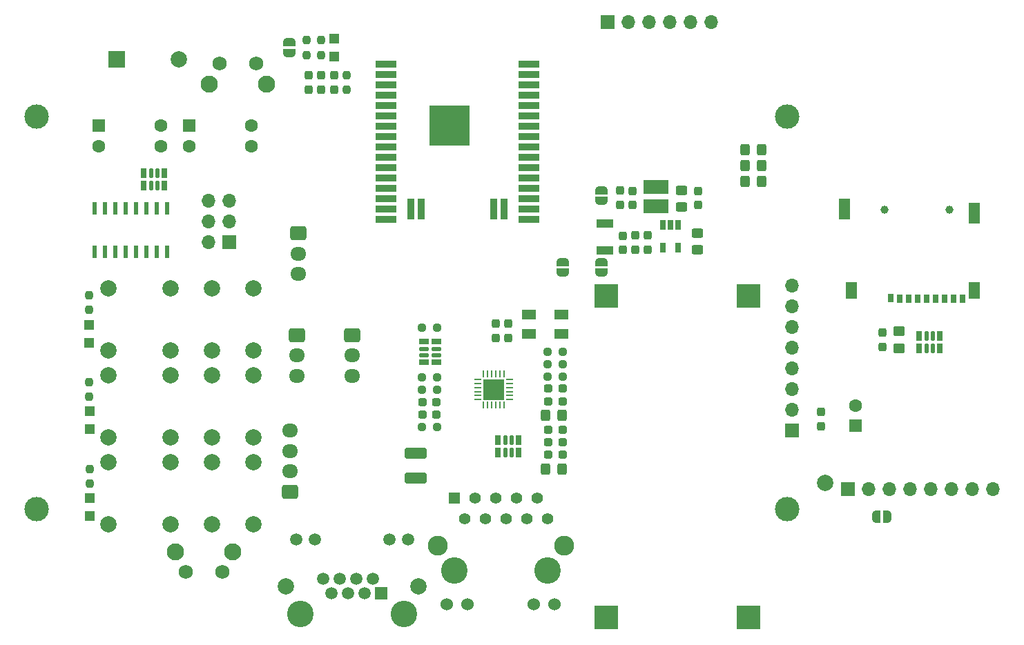
<source format=gbr>
%TF.GenerationSoftware,KiCad,Pcbnew,(6.0.4)*%
%TF.CreationDate,2022-05-20T10:39:20+03:00*%
%TF.ProjectId,KartliGecis_v1,4b617274-6c69-4476-9563-69735f76312e,v1.0*%
%TF.SameCoordinates,Original*%
%TF.FileFunction,Soldermask,Top*%
%TF.FilePolarity,Negative*%
%FSLAX46Y46*%
G04 Gerber Fmt 4.6, Leading zero omitted, Abs format (unit mm)*
G04 Created by KiCad (PCBNEW (6.0.4)) date 2022-05-20 10:39:20*
%MOMM*%
%LPD*%
G01*
G04 APERTURE LIST*
G04 Aperture macros list*
%AMRoundRect*
0 Rectangle with rounded corners*
0 $1 Rounding radius*
0 $2 $3 $4 $5 $6 $7 $8 $9 X,Y pos of 4 corners*
0 Add a 4 corners polygon primitive as box body*
4,1,4,$2,$3,$4,$5,$6,$7,$8,$9,$2,$3,0*
0 Add four circle primitives for the rounded corners*
1,1,$1+$1,$2,$3*
1,1,$1+$1,$4,$5*
1,1,$1+$1,$6,$7*
1,1,$1+$1,$8,$9*
0 Add four rect primitives between the rounded corners*
20,1,$1+$1,$2,$3,$4,$5,0*
20,1,$1+$1,$4,$5,$6,$7,0*
20,1,$1+$1,$6,$7,$8,$9,0*
20,1,$1+$1,$8,$9,$2,$3,0*%
%AMFreePoly0*
4,1,22,0.500000,-0.750000,0.000000,-0.750000,0.000000,-0.745033,-0.079941,-0.743568,-0.215256,-0.701293,-0.333266,-0.622738,-0.424486,-0.514219,-0.481581,-0.384460,-0.499164,-0.250000,-0.500000,-0.250000,-0.500000,0.250000,-0.499164,0.250000,-0.499963,0.256109,-0.478152,0.396186,-0.417904,0.524511,-0.324060,0.630769,-0.204165,0.706417,-0.067858,0.745374,0.000000,0.744959,0.000000,0.750000,
0.500000,0.750000,0.500000,-0.750000,0.500000,-0.750000,$1*%
%AMFreePoly1*
4,1,20,0.000000,0.744959,0.073905,0.744508,0.209726,0.703889,0.328688,0.626782,0.421226,0.519385,0.479903,0.390333,0.500000,0.250000,0.500000,-0.250000,0.499851,-0.262216,0.476331,-0.402017,0.414519,-0.529596,0.319384,-0.634700,0.198574,-0.708877,0.061801,-0.746166,0.000000,-0.745033,0.000000,-0.750000,-0.500000,-0.750000,-0.500000,0.750000,0.000000,0.750000,0.000000,0.744959,
0.000000,0.744959,$1*%
G04 Aperture macros list end*
%ADD10R,2.000000X2.000000*%
%ADD11C,2.000000*%
%ADD12RoundRect,0.237500X-0.287500X-0.237500X0.287500X-0.237500X0.287500X0.237500X-0.287500X0.237500X0*%
%ADD13RoundRect,0.250000X1.100000X-0.412500X1.100000X0.412500X-1.100000X0.412500X-1.100000X-0.412500X0*%
%ADD14RoundRect,0.237500X-0.237500X0.287500X-0.237500X-0.287500X0.237500X-0.287500X0.237500X0.287500X0*%
%ADD15RoundRect,0.237500X0.237500X-0.287500X0.237500X0.287500X-0.237500X0.287500X-0.237500X-0.287500X0*%
%ADD16C,3.250000*%
%ADD17R,1.500000X1.500000*%
%ADD18C,1.500000*%
%ADD19C,1.000000*%
%ADD20RoundRect,0.050000X0.250000X0.500000X-0.250000X0.500000X-0.250000X-0.500000X0.250000X-0.500000X0*%
%ADD21RoundRect,0.050000X0.600000X1.000000X-0.600000X1.000000X-0.600000X-1.000000X0.600000X-1.000000X0*%
%ADD22RoundRect,0.050000X0.650000X1.250000X-0.650000X1.250000X-0.650000X-1.250000X0.650000X-1.250000X0*%
%ADD23RoundRect,0.237500X0.250000X0.237500X-0.250000X0.237500X-0.250000X-0.237500X0.250000X-0.237500X0*%
%ADD24RoundRect,0.237500X-0.250000X-0.237500X0.250000X-0.237500X0.250000X0.237500X-0.250000X0.237500X0*%
%ADD25RoundRect,0.050800X0.317500X0.508000X-0.317500X0.508000X-0.317500X-0.508000X0.317500X-0.508000X0*%
%ADD26RoundRect,0.050800X0.190500X0.508000X-0.190500X0.508000X-0.190500X-0.508000X0.190500X-0.508000X0*%
%ADD27C,2.100000*%
%ADD28C,1.750000*%
%ADD29C,2.445000*%
%ADD30R,1.408000X1.408000*%
%ADD31C,1.408000*%
%ADD32C,1.524000*%
%ADD33RoundRect,0.062500X0.350000X0.062500X-0.350000X0.062500X-0.350000X-0.062500X0.350000X-0.062500X0*%
%ADD34RoundRect,0.062500X0.062500X0.350000X-0.062500X0.350000X-0.062500X-0.350000X0.062500X-0.350000X0*%
%ADD35R,2.600000X2.600000*%
%ADD36R,1.700000X1.700000*%
%ADD37O,1.700000X1.700000*%
%ADD38R,1.800000X1.200000*%
%ADD39R,0.650000X1.200000*%
%ADD40RoundRect,0.250000X0.450000X-0.325000X0.450000X0.325000X-0.450000X0.325000X-0.450000X-0.325000X0*%
%ADD41RoundRect,0.050800X-1.500000X0.800000X-1.500000X-0.800000X1.500000X-0.800000X1.500000X0.800000X0*%
%ADD42RoundRect,0.250000X-0.450000X0.325000X-0.450000X-0.325000X0.450000X-0.325000X0.450000X0.325000X0*%
%ADD43R,1.998980X1.100760*%
%ADD44RoundRect,0.237500X0.237500X-0.250000X0.237500X0.250000X-0.237500X0.250000X-0.237500X-0.250000X0*%
%ADD45RoundRect,0.237500X0.287500X0.237500X-0.287500X0.237500X-0.287500X-0.237500X0.287500X-0.237500X0*%
%ADD46R,2.500000X0.900000*%
%ADD47R,0.900000X2.500000*%
%ADD48R,5.000000X5.000000*%
%ADD49RoundRect,0.266608X0.433392X-0.346592X0.433392X0.346592X-0.433392X0.346592X-0.433392X-0.346592X0*%
%ADD50RoundRect,0.250000X0.325000X0.450000X-0.325000X0.450000X-0.325000X-0.450000X0.325000X-0.450000X0*%
%ADD51RoundRect,0.250000X-0.725000X0.600000X-0.725000X-0.600000X0.725000X-0.600000X0.725000X0.600000X0*%
%ADD52O,1.950000X1.700000*%
%ADD53R,1.600000X1.600000*%
%ADD54C,1.600000*%
%ADD55R,0.600000X1.500000*%
%ADD56R,1.200000X1.200000*%
%ADD57RoundRect,0.237500X-0.237500X0.250000X-0.237500X-0.250000X0.237500X-0.250000X0.237500X0.250000X0*%
%ADD58FreePoly0,0.000000*%
%ADD59FreePoly1,0.000000*%
%ADD60FreePoly0,270.000000*%
%ADD61FreePoly1,270.000000*%
%ADD62RoundRect,0.250000X-0.325000X-0.450000X0.325000X-0.450000X0.325000X0.450000X-0.325000X0.450000X0*%
%ADD63FreePoly0,90.000000*%
%ADD64FreePoly1,90.000000*%
%ADD65R,3.000000X3.000000*%
%ADD66RoundRect,0.250000X0.725000X-0.600000X0.725000X0.600000X-0.725000X0.600000X-0.725000X-0.600000X0*%
%ADD67RoundRect,0.050800X-0.508000X0.317500X-0.508000X-0.317500X0.508000X-0.317500X0.508000X0.317500X0*%
%ADD68RoundRect,0.050800X-0.508000X0.190500X-0.508000X-0.190500X0.508000X-0.190500X0.508000X0.190500X0*%
%ADD69C,3.000000*%
%ADD70RoundRect,0.050800X-0.317500X-0.508000X0.317500X-0.508000X0.317500X0.508000X-0.317500X0.508000X0*%
%ADD71RoundRect,0.050800X-0.190500X-0.508000X0.190500X-0.508000X0.190500X0.508000X-0.190500X0.508000X0*%
G04 APERTURE END LIST*
D10*
%TO.C,BZ1*%
X58166000Y-49784000D03*
D11*
X65766000Y-49784000D03*
%TD*%
D12*
%TO.C,C1*%
X95594200Y-93421200D03*
X97344200Y-93421200D03*
%TD*%
%TO.C,C7*%
X111037400Y-95275400D03*
X112787400Y-95275400D03*
%TD*%
%TO.C,C8*%
X111037400Y-96799400D03*
X112787400Y-96799400D03*
%TD*%
%TO.C,C9*%
X111036400Y-98323400D03*
X112786400Y-98323400D03*
%TD*%
D13*
%TO.C,C12*%
X94792800Y-101232100D03*
X94792800Y-98107100D03*
%TD*%
D12*
%TO.C,C13*%
X95594200Y-91897200D03*
X97344200Y-91897200D03*
%TD*%
D14*
%TO.C,C14*%
X129390756Y-65952400D03*
X129390756Y-67702400D03*
%TD*%
D15*
%TO.C,C20*%
X151993600Y-85099100D03*
X151993600Y-83349100D03*
%TD*%
%TO.C,C22*%
X144449800Y-94855000D03*
X144449800Y-93105000D03*
%TD*%
D16*
%TO.C,J2*%
X80666400Y-117906800D03*
X93366400Y-117906800D03*
D17*
X90576400Y-115366800D03*
D18*
X89556400Y-113586800D03*
X88536400Y-115366800D03*
X87516400Y-113586800D03*
X86496400Y-115366800D03*
X85476400Y-113586800D03*
X84456400Y-115366800D03*
X83436400Y-113586800D03*
X93876400Y-108766800D03*
X91586400Y-108766800D03*
X82446400Y-108766800D03*
X80156400Y-108766800D03*
D11*
X95146400Y-114476800D03*
X78886400Y-114476800D03*
%TD*%
D19*
%TO.C,J4*%
X160271000Y-68255000D03*
X152271000Y-68255000D03*
D20*
X153071000Y-79105000D03*
X154171000Y-79155000D03*
X155271000Y-79155000D03*
X156371000Y-79155000D03*
X157471000Y-79155000D03*
X158571000Y-79155000D03*
D21*
X148221000Y-78155000D03*
D22*
X163271000Y-68655000D03*
D21*
X163271000Y-78155000D03*
D22*
X147371000Y-68155000D03*
D20*
X159671000Y-79155000D03*
X160771000Y-79155000D03*
X161871000Y-79155000D03*
%TD*%
D23*
%TO.C,R1*%
X97381700Y-82702400D03*
X95556700Y-82702400D03*
%TD*%
D24*
%TO.C,R2*%
X95556700Y-88849200D03*
X97381700Y-88849200D03*
%TD*%
D23*
%TO.C,R3*%
X97381700Y-94945200D03*
X95556700Y-94945200D03*
%TD*%
D24*
%TO.C,R8*%
X110999900Y-87198200D03*
X112824900Y-87198200D03*
%TD*%
%TO.C,R11*%
X110999900Y-88722200D03*
X112824900Y-88722200D03*
%TD*%
D23*
%TO.C,R15*%
X97381700Y-90373200D03*
X95556700Y-90373200D03*
%TD*%
D25*
%TO.C,RM2*%
X107416600Y-96545400D03*
X107416600Y-98069400D03*
D26*
X106527600Y-96545400D03*
X106527600Y-98069400D03*
X105765600Y-96545400D03*
X105765600Y-98069400D03*
D25*
X104876600Y-96545400D03*
X104876600Y-98069400D03*
%TD*%
D27*
%TO.C,SW1*%
X72370000Y-110260600D03*
X65360000Y-110260600D03*
D28*
X71120000Y-112750600D03*
X66620000Y-112750600D03*
%TD*%
D27*
%TO.C,SW2*%
X69489000Y-52807400D03*
X76499000Y-52807400D03*
D28*
X70739000Y-50317400D03*
X75239000Y-50317400D03*
%TD*%
D16*
%TO.C,U2*%
X110921800Y-112572800D03*
X99491800Y-112572800D03*
D29*
X97461800Y-109522800D03*
X112951800Y-109522800D03*
D30*
X99491800Y-103682800D03*
D31*
X100761800Y-106222800D03*
X102031800Y-103682800D03*
X103301800Y-106222800D03*
X104571800Y-103682800D03*
X105841800Y-106222800D03*
X107111800Y-103682800D03*
X108381800Y-106222800D03*
X109651800Y-103682800D03*
X110921800Y-106222800D03*
D32*
X98581800Y-116652800D03*
X101121800Y-116652800D03*
X109291800Y-116652800D03*
X111831800Y-116652800D03*
%TD*%
D33*
%TO.C,U3*%
X106280700Y-91572400D03*
X106280700Y-91072400D03*
X106280700Y-90572400D03*
X106280700Y-90072400D03*
X106280700Y-89572400D03*
X106280700Y-89072400D03*
D34*
X105593200Y-88384900D03*
X105093200Y-88384900D03*
X104593200Y-88384900D03*
X104093200Y-88384900D03*
X103593200Y-88384900D03*
X103093200Y-88384900D03*
D33*
X102405700Y-89072400D03*
X102405700Y-89572400D03*
X102405700Y-90072400D03*
X102405700Y-90572400D03*
X102405700Y-91072400D03*
X102405700Y-91572400D03*
D34*
X103093200Y-92259900D03*
X103593200Y-92259900D03*
X104093200Y-92259900D03*
X104593200Y-92259900D03*
X105093200Y-92259900D03*
X105593200Y-92259900D03*
D35*
X104343200Y-90322400D03*
%TD*%
D11*
%TO.C,U8*%
X144983200Y-101821400D03*
D36*
X147802600Y-102514400D03*
D37*
X150342600Y-102514400D03*
X152882600Y-102514400D03*
X155422600Y-102514400D03*
X157962600Y-102514400D03*
X160502600Y-102514400D03*
X163042600Y-102514400D03*
X165582600Y-102514400D03*
%TD*%
D38*
%TO.C,Y1*%
X112649000Y-81089800D03*
X108649000Y-81089800D03*
X108649000Y-83489800D03*
X112649000Y-83489800D03*
%TD*%
D39*
%TO.C,U4*%
X127001256Y-70143900D03*
X126051256Y-70143900D03*
X125101256Y-70143900D03*
X125101256Y-72943900D03*
X127001256Y-72943900D03*
%TD*%
D40*
%TO.C,R16*%
X127358756Y-67927400D03*
X127358756Y-65877400D03*
%TD*%
D41*
%TO.C,L1*%
X124256800Y-67830400D03*
X124256800Y-65430400D03*
%TD*%
D42*
%TO.C,R17*%
X129314556Y-71144900D03*
X129314556Y-73194900D03*
%TD*%
D14*
%TO.C,C19*%
X121384200Y-65952400D03*
X121384200Y-67702400D03*
%TD*%
D43*
%TO.C,D2*%
X117977898Y-73271372D03*
X117977898Y-69912700D03*
%TD*%
D14*
%TO.C,C18*%
X119837200Y-65927000D03*
X119837200Y-67677000D03*
%TD*%
D15*
%TO.C,C17*%
X120192800Y-73188800D03*
X120192800Y-71438800D03*
%TD*%
%TO.C,C16*%
X121716800Y-73163400D03*
X121716800Y-71413400D03*
%TD*%
%TO.C,C15*%
X123240800Y-73163400D03*
X123240800Y-71413400D03*
%TD*%
D44*
%TO.C,R5*%
X86309200Y-53541300D03*
X86309200Y-51716300D03*
%TD*%
D15*
%TO.C,C4*%
X84785200Y-53503800D03*
X84785200Y-51753800D03*
%TD*%
D14*
%TO.C,C3*%
X81635600Y-51753800D03*
X81635600Y-53503800D03*
%TD*%
%TO.C,C2*%
X83210400Y-51753800D03*
X83210400Y-53503800D03*
%TD*%
D45*
%TO.C,C6*%
X112787400Y-90220800D03*
X111037400Y-90220800D03*
%TD*%
%TO.C,C5*%
X112787400Y-91770200D03*
X111037400Y-91770200D03*
%TD*%
D46*
%TO.C,U1*%
X91173600Y-50419000D03*
X91173600Y-51689000D03*
X91173600Y-52959000D03*
X91173600Y-54229000D03*
X91173600Y-55499000D03*
X91173600Y-56769000D03*
X91173600Y-58039000D03*
X91173600Y-59309000D03*
X91173600Y-60579000D03*
X91173600Y-61849000D03*
X91173600Y-63119000D03*
X91173600Y-64389000D03*
X91173600Y-65659000D03*
X91173600Y-66929000D03*
D47*
X94208600Y-68179000D03*
D46*
X91173600Y-68199000D03*
D47*
X95478600Y-68179000D03*
D46*
X91173600Y-69469000D03*
D47*
X104368600Y-68179000D03*
D46*
X108673600Y-69469000D03*
X108673600Y-68199000D03*
D47*
X105638600Y-68179000D03*
D46*
X108673600Y-66929000D03*
X108673600Y-65659000D03*
X108673600Y-64389000D03*
X108673600Y-63119000D03*
X108673600Y-61849000D03*
X108673600Y-60579000D03*
X108673600Y-59309000D03*
X108673600Y-58039000D03*
X108673600Y-56769000D03*
X108673600Y-55499000D03*
X108673600Y-54229000D03*
X108673600Y-52959000D03*
X108673600Y-51689000D03*
X108673600Y-50419000D03*
D48*
X98923600Y-57919000D03*
%TD*%
D49*
%TO.C,C21*%
X154076400Y-85287300D03*
X154076400Y-83160900D03*
%TD*%
D50*
%TO.C,R13*%
X112734200Y-100076000D03*
X110684200Y-100076000D03*
%TD*%
D51*
%TO.C,J7*%
X87020400Y-83656800D03*
D52*
X87020400Y-86156800D03*
X87020400Y-88656800D03*
%TD*%
D53*
%TO.C,U7*%
X67046000Y-57902000D03*
D54*
X67046000Y-60442000D03*
X74666000Y-60442000D03*
X74666000Y-57902000D03*
%TD*%
D51*
%TO.C,J5*%
X80230200Y-83656800D03*
D52*
X80230200Y-86156800D03*
X80230200Y-88656800D03*
%TD*%
D23*
%TO.C,R7*%
X112824900Y-85674200D03*
X110999900Y-85674200D03*
%TD*%
D25*
%TO.C,RM4*%
X159054800Y-83718400D03*
X159054800Y-85242400D03*
D26*
X158165800Y-83718400D03*
X158165800Y-85242400D03*
X157403800Y-83718400D03*
X157403800Y-85242400D03*
D25*
X156514800Y-83718400D03*
X156514800Y-85242400D03*
%TD*%
D55*
%TO.C,U9*%
X64312800Y-68064400D03*
X63042800Y-68064400D03*
X61772800Y-68064400D03*
X60502800Y-68064400D03*
X59232800Y-68064400D03*
X57962800Y-68064400D03*
X56692800Y-68064400D03*
X55422800Y-68064400D03*
X55422800Y-73464400D03*
X56692800Y-73464400D03*
X57962800Y-73464400D03*
X59232800Y-73464400D03*
X60502800Y-73464400D03*
X61772800Y-73464400D03*
X63042800Y-73464400D03*
X64312800Y-73464400D03*
%TD*%
D56*
%TO.C,D1*%
X84785200Y-49457700D03*
X84785200Y-47257700D03*
%TD*%
D53*
%TO.C,U6*%
X55890000Y-57912000D03*
D54*
X55890000Y-60452000D03*
X63510000Y-60452000D03*
X63510000Y-57912000D03*
%TD*%
D56*
%TO.C,D4*%
X54787800Y-95173800D03*
X54787800Y-92973800D03*
%TD*%
D57*
%TO.C,R22*%
X54787800Y-100054400D03*
X54787800Y-101879400D03*
%TD*%
D15*
%TO.C,C10*%
X104648000Y-83983800D03*
X104648000Y-82233800D03*
%TD*%
D58*
%TO.C,JP6*%
X151292800Y-105968800D03*
D59*
X152592800Y-105968800D03*
%TD*%
D11*
%TO.C,K2*%
X57074100Y-88599900D03*
X64694100Y-88599900D03*
X69774100Y-88599900D03*
X74854100Y-88599900D03*
X74854100Y-96219900D03*
X69774100Y-96219900D03*
X64694100Y-96219900D03*
X57074100Y-96219900D03*
%TD*%
D60*
%TO.C,JP4*%
X117525800Y-65898000D03*
D61*
X117525800Y-67198000D03*
%TD*%
D62*
%TO.C,R12*%
X135169800Y-64820800D03*
X137219800Y-64820800D03*
%TD*%
D57*
%TO.C,R4*%
X83149400Y-47445200D03*
X83149400Y-49270200D03*
%TD*%
D50*
%TO.C,FB1*%
X112734200Y-93497400D03*
X110684200Y-93497400D03*
%TD*%
D57*
%TO.C,R23*%
X81407000Y-47445200D03*
X81407000Y-49270200D03*
%TD*%
D56*
%TO.C,D5*%
X54787800Y-105833900D03*
X54787800Y-103633900D03*
%TD*%
D63*
%TO.C,JP2*%
X79298800Y-49011600D03*
D64*
X79298800Y-47711600D03*
%TD*%
D60*
%TO.C,JP5*%
X117525800Y-74680000D03*
D61*
X117525800Y-75980000D03*
%TD*%
D15*
%TO.C,C11*%
X106172000Y-83983800D03*
X106172000Y-82233800D03*
%TD*%
D36*
%TO.C,J1*%
X118338600Y-45212000D03*
D37*
X120878600Y-45212000D03*
X123418600Y-45212000D03*
X125958600Y-45212000D03*
X128498600Y-45212000D03*
X131038600Y-45212000D03*
%TD*%
D51*
%TO.C,J3*%
X80416600Y-71170800D03*
D52*
X80416600Y-73670800D03*
X80416600Y-76170800D03*
%TD*%
D65*
%TO.C,U5*%
X118148000Y-118297000D03*
X135598000Y-118297000D03*
X135598000Y-78807000D03*
X118148000Y-78807000D03*
%TD*%
D66*
%TO.C,J8*%
X79366600Y-102859200D03*
D52*
X79366600Y-100359200D03*
X79366600Y-97859200D03*
X79366600Y-95359200D03*
%TD*%
D67*
%TO.C,RM1*%
X95808800Y-84455000D03*
X97332800Y-84455000D03*
D68*
X95808800Y-85344000D03*
X97332800Y-85344000D03*
X95808800Y-86106000D03*
X97332800Y-86106000D03*
D67*
X95808800Y-86995000D03*
X97332800Y-86995000D03*
%TD*%
D11*
%TO.C,K3*%
X57069100Y-99267900D03*
X64689100Y-99267900D03*
X69769100Y-99267900D03*
X74849100Y-99267900D03*
X74849100Y-106887900D03*
X69769100Y-106887900D03*
X64689100Y-106887900D03*
X57069100Y-106887900D03*
%TD*%
%TO.C,K1*%
X57094500Y-77931900D03*
X64714500Y-77931900D03*
X69794500Y-77931900D03*
X74874500Y-77931900D03*
X74874500Y-85551900D03*
X69794500Y-85551900D03*
X64714500Y-85551900D03*
X57094500Y-85551900D03*
%TD*%
D56*
%TO.C,D3*%
X54762400Y-84572200D03*
X54762400Y-82372200D03*
%TD*%
D57*
%TO.C,R20*%
X54762400Y-78716500D03*
X54762400Y-80541500D03*
%TD*%
D62*
%TO.C,R9*%
X135195200Y-62839600D03*
X137245200Y-62839600D03*
%TD*%
D69*
%TO.C,U10*%
X140309600Y-56845200D03*
X48309600Y-105003600D03*
X48309600Y-56845200D03*
X140309600Y-105003600D03*
D36*
X140919200Y-95353600D03*
D37*
X140919200Y-92813600D03*
X140919200Y-90273600D03*
X140919200Y-87733600D03*
X140919200Y-85193600D03*
X140919200Y-82653600D03*
X140919200Y-80113600D03*
X140919200Y-77573600D03*
%TD*%
D70*
%TO.C,RM3*%
X61468000Y-65278000D03*
X61468000Y-63754000D03*
D71*
X62357000Y-65278000D03*
X62357000Y-63754000D03*
X63119000Y-65278000D03*
X63119000Y-63754000D03*
D70*
X64008000Y-65278000D03*
X64008000Y-63754000D03*
%TD*%
D57*
%TO.C,R21*%
X54762400Y-89417700D03*
X54762400Y-91242700D03*
%TD*%
D62*
%TO.C,R10*%
X135195200Y-60883800D03*
X137245200Y-60883800D03*
%TD*%
D53*
%TO.C,C23*%
X148691600Y-94778713D03*
D54*
X148691600Y-92278713D03*
%TD*%
D36*
%TO.C,J6*%
X71937800Y-72273400D03*
D37*
X69397800Y-72273400D03*
X71937800Y-69733400D03*
X69397800Y-69733400D03*
X71937800Y-67193400D03*
X69397800Y-67193400D03*
%TD*%
D63*
%TO.C,JP1*%
X112826800Y-75986400D03*
D64*
X112826800Y-74686400D03*
%TD*%
M02*

</source>
